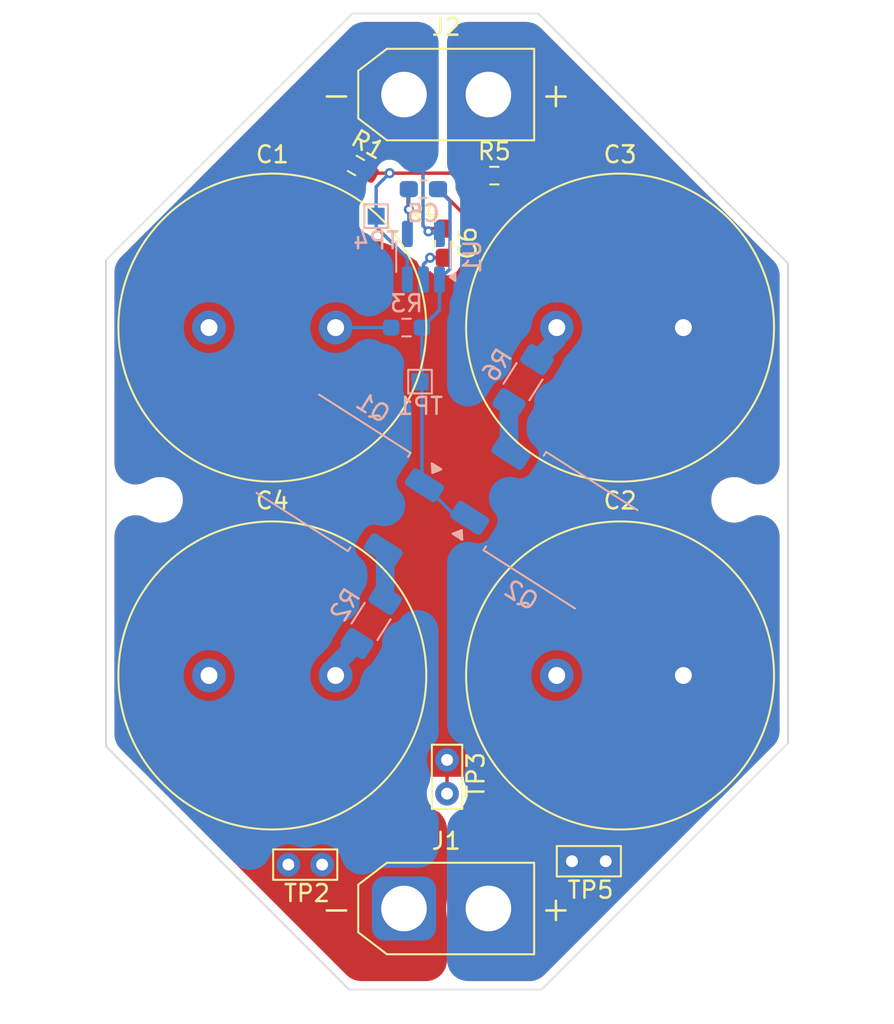
<source format=kicad_pcb>
(kicad_pcb (version 20241229) (generator "pcbnew") (generator_version "9.0")
  (layers (0 "F.Cu" signal) (2 "B.Cu" signal) (13 "F.Paste" user) (15 "B.Paste" user) (5 "F.SilkS" user "F.Silkscreen") (7 "B.SilkS" user "B.Silkscreen") (1 "F.Mask" user) (3 "B.Mask" user) (25 "Edge.Cuts" user))
  (net 0 "")
  (net 1 "/Supercapacitors/V_{CAP}")
  (net 2 "/Supercapacitors/MID")
  (net 3 "GND1")
  (net 4 "/Supercapacitors/OP_OUT")
  (net 5 "/Supercapacitors/V-")
  (net 6 "/Supercapacitors/V_{CC}")
  (net 7 "/Supercapacitors/UPPER_R")
  (net 8 "/Supercapacitors/LOWER_R")
  (net 9 "/Supercapacitors/REF")
  (footprint "Resistor_SMD:R_0603_1608Metric_Pad0.98x0.95mm_HandSolder" (layer "F.Cu") (at 162.8 86 180)
    (property "Reference" "R4" (at 0 -1.43 180) (layer "F.SilkS"))
    (property "Value" "100")
    (fp_line (start -0.254724 0.5225) (end 0.254724 0.5225) (stroke (width 0.12)) (layer "F.SilkS"))
    (fp_line (start -0.254724 -0.5225) (end 0.254724 -0.5225) (stroke (width 0.12)) (layer "F.SilkS"))
    (pad "1" smd roundrect (at -0.9125 0 180) (size 0.975 0.95) (layers "F.Cu" "F.Mask" "F.Paste") (net 2 "/Supercapacitors/MID"))
    (pad "2" smd roundrect (at 0.9125 0 180) (size 0.975 0.95) (layers "F.Cu" "F.Mask" "F.Paste") (net 5 "/Supercapacitors/V-"))
  )
  (footprint "Capacitor_THT:C_Radial_D18.0mm_H35.5mm_P7.50mm" (layer "F.Cu") (at 150.1 94.2)
    (property "Reference" "C1" (at 3.75 -10.25 0) (layer "F.SilkS"))
    (property "Value" "110")
    (fp_circle (center 3.75 0) (end 12.87 0) (stroke (width 0.12)) (fill no) (layer "F.SilkS"))
    (pad "1" thru_hole circle (at 0 0) (size 2 2) (drill 1) (layers "*.Cu" "*.Mask") (net 1 "/Supercapacitors/V_{CAP}"))
    (pad "2" thru_hole circle (at 7.5 0) (size 2 2) (drill 1) (layers "*.Cu" "*.Mask") (net 2 "/Supercapacitors/MID"))
  )
  (footprint "TestPoint:TestPoint_Bridge_Pitch2.0mm_Drill0.7mm" (layer "F.Cu") (at 171.6 125.8)
    (property "Reference" "TP5" (at 1.1 1.7 0) (layer "F.SilkS"))
    (property "Value" "TP")
    (fp_line (start -0.9 -0.9) (end -0.9 0.9) (stroke (width 0.12)) (layer "F.SilkS"))
    (fp_line (start -0.9 0.9) (end 2.9 0.9) (stroke (width 0.12)) (layer "F.SilkS"))
    (fp_line (start 2.9 -0.9) (end -0.9 -0.9) (stroke (width 0.12)) (layer "F.SilkS"))
    (fp_line (start 2.9 0.9) (end 2.9 -0.9) (stroke (width 0.12)) (layer "F.SilkS"))
    (pad "1" thru_hole circle (at 0 0) (size 1.4 1.4) (drill 0.7) (layers "*.Cu" "*.Mask") (net 3 "GND1"))
    (pad "1" thru_hole circle (at 2 0) (size 1.4 1.4) (drill 0.7) (layers "*.Cu" "*.Mask") (net 3 "GND1"))
  )
  (footprint "TestPoint:TestPoint_Bridge_Pitch2.0mm_Drill0.7mm" (layer "F.Cu") (at 154.8 126)
    (property "Reference" "TP2" (at 1.1 1.7 0) (layer "F.SilkS"))
    (property "Value" "TP")
    (fp_line (start -0.9 -0.9) (end -0.9 0.9) (stroke (width 0.12)) (layer "F.SilkS"))
    (fp_line (start -0.9 0.9) (end 2.9 0.9) (stroke (width 0.12)) (layer "F.SilkS"))
    (fp_line (start 2.9 -0.9) (end -0.9 -0.9) (stroke (width 0.12)) (layer "F.SilkS"))
    (fp_line (start 2.9 0.9) (end 2.9 -0.9) (stroke (width 0.12)) (layer "F.SilkS"))
    (pad "1" thru_hole circle (at 0 0) (size 1.4 1.4) (drill 0.7) (layers "*.Cu" "*.Mask") (net 1 "/Supercapacitors/V_{CAP}"))
    (pad "1" thru_hole circle (at 2 0) (size 1.4 1.4) (drill 0.7) (layers "*.Cu" "*.Mask") (net 1 "/Supercapacitors/V_{CAP}"))
  )
  (footprint "Capacitor_THT:C_Radial_D18.0mm_H35.5mm_P7.50mm" (layer "F.Cu") (at 150.1 114.8)
    (property "Reference" "C2" (at 24.35 -10.35 180) (layer "F.SilkS"))
    (property "Value" "110")
    (fp_circle (center 3.75 0) (end 12.87 0) (stroke (width 0.12)) (fill no) (layer "F.SilkS"))
    (pad "1" thru_hole circle (at 0 0) (size 2 2) (drill 1) (layers "*.Cu" "*.Mask") (net 1 "/Supercapacitors/V_{CAP}"))
    (pad "2" thru_hole circle (at 7.5 0) (size 2 2) (drill 1) (layers "*.Cu" "*.Mask") (net 2 "/Supercapacitors/MID"))
  )
  (footprint "Capacitor_THT:C_Radial_D18.0mm_H35.5mm_P7.50mm" (layer "F.Cu") (at 170.7 114.8)
    (property "Reference" "C4" (at -16.85 -10.35 180) (layer "F.SilkS"))
    (property "Value" "110")
    (fp_circle (center 3.75 0) (end 12.87 0) (stroke (width 0.12)) (fill no) (layer "F.SilkS"))
    (pad "1" thru_hole circle (at 0 0) (size 2 2) (drill 1) (layers "*.Cu" "*.Mask") (net 2 "/Supercapacitors/MID"))
    (pad "2" thru_hole circle (at 7.5 0) (size 2 2) (drill 1) (layers "*.Cu" "*.Mask") (net 3 "GND1"))
  )
  (footprint "Connector_AMASS:AMASS_XT30U-F_1x02_P5.0mm_Vertical" (layer "F.Cu") (at 161.65 80.4)
    (property "Reference" "J2" (at 2.5 -4 0) (layer "F.SilkS"))
    (property "Value" "XT30_F")
    (fp_line (start -2.71 -1.41) (end -2.71 1.41) (stroke (width 0.12)) (layer "F.SilkS"))
    (fp_line (start -2.71 -1.41) (end -1.01 -2.71) (stroke (width 0.12)) (layer "F.SilkS"))
    (fp_line (start -2.71 1.41) (end -1.01 2.71) (stroke (width 0.12)) (layer "F.SilkS"))
    (fp_line (start -1.01 -2.71) (end 7.71 -2.71) (stroke (width 0.12)) (layer "F.SilkS"))
    (fp_line (start -1.01 2.71) (end 7.71 2.71) (stroke (width 0.12)) (layer "F.SilkS"))
    (fp_line (start 7.71 -2.71) (end 7.71 2.71) (stroke (width 0.12)) (layer "F.SilkS"))
    (fp_text user "-" (at -4 0 0) (layer "F.SilkS") (effects (font (size 1.5 1.5))))
    (fp_text user "+" (at 9 0 0) (layer "F.SilkS") (effects (font (size 1.5 1.5))))
    (pad "1" thru_hole roundrect (at 0 0) (size 3.8 3.8) (drill 2.7) (layers "*.Cu" "*.Mask") (roundrect_rratio 0.2) (net 6 "/Supercapacitors/V_{CC}"))
    (pad "2" thru_hole circle (at 5 0) (size 4 4) (drill 2.7) (layers "*.Cu" "*.Mask") (net 3 "GND1"))
  )
  (footprint "MountingHole:MountingHole_2.2mm_M2" (layer "F.Cu") (at 147.2 104.4)
    (property "Reference" "REF**" (hide yes))
    (property "Value" "MountingHole_2.2mm_M2")
    (pad "" np_thru_hole circle (at 0 0) (size 2.2 2.2) (drill 2.2) (layers "*.Cu" "*.Mask"))
  )
  (footprint "MountingHole:MountingHole_2.2mm_M2" (layer "F.Cu") (at 181.2 104.4)
    (property "Reference" "REF**" (hide yes))
    (property "Value" "MountingHole_2.2mm_M2")
    (pad "" np_thru_hole circle (at 0 0) (size 2.2 2.2) (drill 2.2) (layers "*.Cu" "*.Mask"))
  )
  (footprint "Resistor_SMD:R_0603_1608Metric_Pad0.98x0.95mm_HandSolder" (layer "F.Cu") (at 158.8 84.6 -30)
    (property "Reference" "R1" (at 0 -1.43 150) (layer "F.SilkS"))
    (property "Value" "1Meg")
    (fp_line (start -0.254723 0.5225) (end 0.254723 0.5225) (stroke (width 0.12)) (layer "F.SilkS"))
    (fp_line (start -0.254723 -0.5225) (end 0.254723 -0.5225) (stroke (width 0.12)) (layer "F.SilkS"))
    (pad "1" smd roundrect (at -0.9125 0 330) (size 0.975 0.95) (layers "F.Cu" "F.Mask" "F.Paste") (net 1 "/Supercapacitors/V_{CAP}"))
    (pad "2" smd roundrect (at 0.9125 0 330) (size 0.975 0.95) (layers "F.Cu" "F.Mask" "F.Paste") (net 9 "/Supercapacitors/REF"))
  )
  (footprint "Capacitor_THT:C_Radial_D18.0mm_H35.5mm_P7.50mm" (layer "F.Cu") (at 170.7 94.2)
    (property "Reference" "C3" (at 3.75 -10.25 0) (layer "F.SilkS"))
    (property "Value" "110")
    (fp_circle (center 3.75 0) (end 12.87 0) (stroke (width 0.12)) (fill no) (layer "F.SilkS"))
    (pad "1" thru_hole circle (at 0 0) (size 2 2) (drill 1) (layers "*.Cu" "*.Mask") (net 2 "/Supercapacitors/MID"))
    (pad "2" thru_hole circle (at 7.5 0) (size 2 2) (drill 1) (layers "*.Cu" "*.Mask") (net 3 "GND1"))
  )
  (footprint "Capacitor_SMD:C_0603_1608Metric_Pad1.08x0.95mm_HandSolder" (layer "F.Cu") (at 164 89.2 -90)
    (property "Reference" "C6" (at 0 -1.43 90) (layer "F.SilkS"))
    (property "Value" "0.1u")
    (fp_line (start -0.146267 0.51) (end 0.146267 0.51) (stroke (width 0.12)) (layer "F.SilkS"))
    (fp_line (start -0.146267 -0.51) (end 0.146267 -0.51) (stroke (width 0.12)) (layer "F.SilkS"))
    (pad "1" smd roundrect (at -0.8625 0 270) (size 1.075 0.95) (layers "F.Cu" "F.Mask" "F.Paste") (net 6 "/Supercapacitors/V_{CC}"))
    (pad "2" smd roundrect (at 0.8625 0 270) (size 1.075 0.95) (layers "F.Cu" "F.Mask" "F.Paste") (net 3 "GND1"))
  )
  (footprint "Resistor_SMD:R_0603_1608Metric_Pad0.98x0.95mm_HandSolder" (layer "F.Cu") (at 167 85.2)
    (property "Reference" "R5" (at 0 -1.43 0) (layer "F.SilkS"))
    (property "Value" "1Meg")
    (fp_line (start -0.254724 -0.5225) (end 0.254724 -0.5225) (stroke (width 0.12)) (layer "F.SilkS"))
    (fp_line (start -0.254724 0.5225) (end 0.254724 0.5225) (stroke (width 0.12)) (layer "F.SilkS"))
    (pad "1" smd roundrect (at -0.9125 0) (size 0.975 0.95) (layers "F.Cu" "F.Mask" "F.Paste") (net 9 "/Supercapacitors/REF"))
    (pad "2" smd roundrect (at 0.9125 0) (size 0.975 0.95) (layers "F.Cu" "F.Mask" "F.Paste") (net 3 "GND1"))
  )
  (footprint "TestPoint:TestPoint_Bridge_Pitch2.0mm_Drill0.7mm" (layer "F.Cu") (at 164.2 121.8 90)
    (property "Reference" "TP3" (at 1.1 1.7 90) (layer "F.SilkS"))
    (property "Value" "TP")
    (fp_line (start 2.9 -0.9) (end -0.9 -0.9) (stroke (width 0.12)) (layer "F.SilkS"))
    (fp_line (start -0.9 -0.9) (end -0.9 0.9) (stroke (width 0.12)) (layer "F.SilkS"))
    (fp_line (start 2.9 0.9) (end 2.9 -0.9) (stroke (width 0.12)) (layer "F.SilkS"))
    (fp_line (start -0.9 0.9) (end 2.9 0.9) (stroke (width 0.12)) (layer "F.SilkS"))
    (pad "1" thru_hole circle (at 0 0 90) (size 1.4 1.4) (drill 0.7) (layers "*.Cu" "*.Mask") (net 2 "/Supercapacitors/MID"))
    (pad "1" thru_hole circle (at 2 0 90) (size 1.4 1.4) (drill 0.7) (layers "*.Cu" "*.Mask") (net 2 "/Supercapacitors/MID"))
  )
  (footprint "Connector_AMASS:AMASS_XT30U-F_1x02_P5.0mm_Vertical" (layer "F.Cu") (at 161.65 128.6)
    (property "Reference" "J1" (at 2.5 -4 0) (layer "F.SilkS"))
    (property "Value" "XT30_F")
    (fp_line (start -2.71 -1.41) (end -2.71 1.41) (stroke (width 0.12)) (layer "F.SilkS"))
    (fp_line (start -2.71 -1.41) (end -1.01 -2.71) (stroke (width 0.12)) (layer "F.SilkS"))
    (fp_line (start -2.71 1.41) (end -1.01 2.71) (stroke (width 0.12)) (layer "F.SilkS"))
    (fp_line (start -1.01 -2.71) (end 7.71 -2.71) (stroke (width 0.12)) (layer "F.SilkS"))
    (fp_line (start -1.01 2.71) (end 7.71 2.71) (stroke (width 0.12)) (layer "F.SilkS"))
    (fp_line (start 7.71 -2.71) (end 7.71 2.71) (stroke (width 0.12)) (layer "F.SilkS"))
    (fp_text user "-" (at -4 0 0) (layer "F.SilkS") (effects (font (size 1.5 1.5))))
    (fp_text user "+" (at 9 0 0) (layer "F.SilkS") (effects (font (size 1.5 1.5))))
    (pad "1" thru_hole roundrect (at 0 0) (size 3.8 3.8) (drill 2.7) (layers "*.Cu" "*.Mask") (roundrect_rratio 0.2) (net 1 "/Supercapacitors/V_{CAP}"))
    (pad "2" thru_hole circle (at 5 0) (size 4 4) (drill 2.7) (layers "*.Cu" "*.Mask") (net 3 "GND1"))
  )
  (footprint "Capacitor_SMD:C_0603_1608Metric_Pad1.08x0.95mm_HandSolder" (layer "B.Cu") (at 162.8 86)
    (property "Reference" "C5" (at 0 1.43 0) (layer "B.SilkS") (effects (justify mirror)))
    (property "Value" "100p")
    (fp_line (start -0.146267 -0.51) (end 0.146267 -0.51) (stroke (width 0.12)) (layer "B.SilkS"))
    (fp_line (start -0.146267 0.51) (end 0.146267 0.51) (stroke (width 0.12)) (layer "B.SilkS"))
    (pad "1" smd roundrect (at -0.8625 0) (size 1.075 0.95) (layers "B.Cu" "B.Mask" "B.Paste") (net 5 "/Supercapacitors/V-"))
    (pad "2" smd roundrect (at 0.8625 0) (size 1.075 0.95) (layers "B.Cu" "B.Mask" "B.Paste") (net 4 "/Supercapacitors/OP_OUT"))
  )
  (footprint "Resistor_SMD:R_1206_3216Metric_Pad1.30x1.75mm_HandSolder" (layer "B.Cu") (at 159.7 111.6 -122.5)
    (property "Reference" "R2" (at 0 1.819999 57.5) (layer "B.SilkS") (effects (justify mirror)))
    (property "Value" "0.1")
    (fp_line (start -0.727064 0.91) (end 0.727064 0.91) (stroke (width 0.12)) (layer "B.SilkS"))
    (fp_line (start -0.727064 -0.91) (end 0.727064 -0.91) (stroke (width 0.12)) (layer "B.SilkS"))
    (pad "1" smd roundrect (at -1.55 0 237.5) (size 1.3 1.75) (layers "B.Cu" "B.Mask" "B.Paste") (roundrect_rratio 0.192308) (net 7 "/Supercapacitors/UPPER_R"))
    (pad "2" smd roundrect (at 1.55 0 237.5) (size 1.3 1.75) (layers "B.Cu" "B.Mask" "B.Paste") (roundrect_rratio 0.192308) (net 2 "/Supercapacitors/MID"))
  )
  (footprint "Package_TO_SOT_SMD:TO-252-2" (layer "B.Cu") (at 157.391551 102.748668 147.5)
    (property "Reference" "Q1" (at 0 4.5 147.5) (layer "B.SilkS") (effects (justify mirror)))
    (property "Value" "2SCR587D3")
    (fp_line (start 3.11 -3.45) (end -3.31 -3.45) (stroke (width 0.12)) (layer "B.SilkS"))
    (fp_line (start 3.11 3.45) (end -3.31 3.45) (stroke (width 0.12)) (layer "B.SilkS"))
    (fp_line (start -3.31 -3.45) (end -3.31 -3.18) (stroke (width 0.12)) (layer "B.SilkS"))
    (fp_line (start -3.31 3.45) (end -3.31 3.18) (stroke (width 0.12)) (layer "B.SilkS"))
    (fp_poly (pts (xy -5.04 3.14) (xy -5.38 3.61) (xy -4.7 3.61) (xy -5.04 3.14)) (stroke (width 0.12)) (fill yes) (layer "B.SilkS"))
    (pad "1" smd roundrect (at -5.04 2.28 147.5) (size 2.2 1.2) (layers "B.Cu" "B.Mask" "B.Paste") (roundrect_rratio 0.208333) (net 4 "/Supercapacitors/OP_OUT"))
    (pad "2" smd roundrect (at -0.415 -1.525 147.5) (size 3.05 2.75) (layers "B.Cu" "B.Paste") (roundrect_rratio 0.090909) (net 6 "/Supercapacitors/V_{CC}"))
    (pad "2" smd roundrect (at -0.414999 1.525 147.5) (size 3.05 2.75) (layers "B.Cu" "B.Paste") (roundrect_rratio 0.090909) (net 6 "/Supercapacitors/V_{CC}"))
    (pad "2" smd roundrect (at 1.26 0.000001 147.5) (size 6.4 5.8) (layers "B.Cu" "B.Mask") (roundrect_rratio 0.043103) (net 6 "/Supercapacitors/V_{CC}"))
    (pad "2" smd roundrect (at 2.935 -1.525 147.5) (size 3.05 2.75) (layers "B.Cu" "B.Paste") (roundrect_rratio 0.090909) (net 6 "/Supercapacitors/V_{CC}"))
    (pad "2" smd roundrect (at 2.935 1.525 147.5) (size 3.05 2.75) (layers "B.Cu" "B.Paste") (roundrect_rratio 0.090909) (net 6 "/Supercapacitors/V_{CC}"))
    (pad "3" smd roundrect (at -5.04 -2.28 147.5) (size 2.2 1.2) (layers "B.Cu" "B.Mask" "B.Paste") (roundrect_rratio 0.208333) (net 7 "/Supercapacitors/UPPER_R"))
  )
  (footprint "Resistor_SMD:R_1206_3216Metric_Pad1.30x1.75mm_HandSolder" (layer "B.Cu") (at 168.7 97.4 -122.5)
    (property "Reference" "R6" (at 0 1.819999 57.5) (layer "B.SilkS") (effects (justify mirror)))
    (property "Value" "0.1")
    (fp_line (start -0.727064 0.91) (end 0.727064 0.91) (stroke (width 0.12)) (layer "B.SilkS"))
    (fp_line (start -0.727064 -0.91) (end 0.727064 -0.91) (stroke (width 0.12)) (layer "B.SilkS"))
    (pad "1" smd roundrect (at -1.55 0 237.5) (size 1.3 1.75) (layers "B.Cu" "B.Mask" "B.Paste") (roundrect_rratio 0.192308) (net 2 "/Supercapacitors/MID"))
    (pad "2" smd roundrect (at 1.55 0 237.5) (size 1.3 1.75) (layers "B.Cu" "B.Mask" "B.Paste") (roundrect_rratio 0.192308) (net 8 "/Supercapacitors/LOWER_R"))
  )
  (footprint "Package_TO_SOT_SMD:SOT-23-5_HandSoldering" (layer "B.Cu") (at 162.8 90 90)
    (property "Reference" "U1" (at 0 2.9 90) (layer "B.SilkS") (effects (justify mirror)))
    (property "Value" "TLV9301xDBV")
    (fp_line (start -0.9 -1.61) (end 0.9 -1.61) (stroke (width 0.12)) (layer "B.SilkS"))
    (fp_line (start 0.1 1.61) (end 0.9 1.61) (stroke (width 0.12)) (layer "B.SilkS"))
    (fp_line (start 0.1 1.61) (end -0.7 1.61) (stroke (width 0.12)) (layer "B.SilkS"))
    (fp_poly (pts (xy -1.2 1.56) (xy -1.44 1.89) (xy -0.96 1.89) (xy -1.2 1.56)) (stroke (width 0.12)) (fill yes) (layer "B.SilkS"))
    (pad "1" smd roundrect (at -1.35 0.95 90) (size 1.56 0.65) (layers "B.Cu" "B.Mask" "B.Paste") (net 4 "/Supercapacitors/OP_OUT"))
    (pad "2" smd roundrect (at -1.35 0 90) (size 1.56 0.65) (layers "B.Cu" "B.Mask" "B.Paste") (net 3 "GND1"))
    (pad "3" smd roundrect (at -1.35 -0.95 90) (size 1.56 0.65) (layers "B.Cu" "B.Mask" "B.Paste") (net 9 "/Supercapacitors/REF"))
    (pad "4" smd roundrect (at 1.35 -0.95 90) (size 1.56 0.65) (layers "B.Cu" "B.Mask" "B.Paste") (net 5 "/Supercapacitors/V-"))
    (pad "5" smd roundrect (at 1.35 0.95 90) (size 1.56 0.65) (layers "B.Cu" "B.Mask" "B.Paste") (net 6 "/Supercapacitors/V_{CC}"))
  )
  (footprint "TestPoint:TestPoint_Pad_1.0x1.0mm" (layer "B.Cu") (at 162.6 97.4)
    (property "Reference" "TP1" (at 0 1.448 180) (layer "B.SilkS") (effects (justify mirror)))
    (property "Value" "TP")
    (fp_line (start -0.7 -0.7) (end -0.7 0.7) (stroke (width 0.12)) (layer "B.SilkS"))
    (fp_line (start -0.7 0.7) (end 0.7 0.7) (stroke (width 0.12)) (layer "B.SilkS"))
    (fp_line (start 0.7 -0.7) (end -0.7 -0.7) (stroke (width 0.12)) (layer "B.SilkS"))
    (fp_line (start 0.7 0.7) (end 0.7 -0.7) (stroke (width 0.12)) (layer "B.SilkS"))
    (pad "1" smd rect (at 0 0) (size 1 1) (layers "B.Cu" "B.Mask") (net 4 "/Supercapacitors/OP_OUT"))
  )
  (footprint "Package_TO_SOT_SMD:TO-252-2" (layer "B.Cu") (at 171.008449 106.251332 -32.5)
    (property "Reference" "Q2" (at 0 4.5 147.5) (layer "B.SilkS") (effects (justify mirror)))
    (property "Value" "2SAR587D3")
    (fp_line (start -3.31 3.45) (end -3.31 3.18) (stroke (width 0.12)) (layer "B.SilkS"))
    (fp_line (start -3.31 -3.45) (end -3.31 -3.18) (stroke (width 0.12)) (layer "B.SilkS"))
    (fp_line (start 3.11 3.45) (end -3.31 3.45) (stroke (width 0.12)) (layer "B.SilkS"))
    (fp_line (start 3.11 -3.45) (end -3.31 -3.45) (stroke (width 0.12)) (layer "B.SilkS"))
    (fp_poly (pts (xy -5.04 3.14) (xy -5.38 3.61) (xy -4.7 3.61) (xy -5.04 3.14)) (stroke (width 0.12)) (fill yes) (layer "B.SilkS"))
    (pad "1" smd roundrect (at -5.04 2.28 327.5) (size 2.2 1.2) (layers "B.Cu" "B.Mask" "B.Paste") (roundrect_rratio 0.208333) (net 4 "/Supercapacitors/OP_OUT"))
    (pad "2" smd roundrect (at -0.415 -1.525 327.5) (size 3.05 2.75) (layers "B.Cu" "B.Paste") (roundrect_rratio 0.090909) (net 3 "GND1"))
    (pad "2" smd roundrect (at -0.414999 1.525 327.5) (size 3.05 2.75) (layers "B.Cu" "B.Paste") (roundrect_rratio 0.090909) (net 3 "GND1"))
    (pad "2" smd roundrect (at 1.26 0.000001 327.5) (size 6.4 5.8) (layers "B.Cu" "B.Mask") (roundrect_rratio 0.043103) (net 3 "GND1"))
    (pad "2" smd roundrect (at 2.935 -1.525 327.5) (size 3.05 2.75) (layers "B.Cu" "B.Paste") (roundrect_rratio 0.090909) (net 3 "GND1"))
    (pad "2" smd roundrect (at 2.935 1.525 327.5) (size 3.05 2.75) (layers "B.Cu" "B.Paste") (roundrect_rratio 0.090909) (net 3 "GND1"))
    (pad "3" smd roundrect (at -5.04 -2.28 327.5) (size 2.2 1.2) (layers "B.Cu" "B.Mask" "B.Paste") (roundrect_rratio 0.208333) (net 8 "/Supercapacitors/LOWER_R"))
  )
  (footprint "Resistor_SMD:R_0603_1608Metric_Pad0.98x0.95mm_HandSolder" (layer "B.Cu") (at 161.8 94.2 180)
    (property "Reference" "R3" (at 0 1.43 0) (layer "B.SilkS") (effects (justify mirror)))
    (property "Value" "100")
    (fp_line (start -0.254724 0.5225) (end 0.254724 0.5225) (stroke (width 0.12)) (layer "B.SilkS"))
    (fp_line (start -0.254724 -0.5225) (end 0.254724 -0.5225) (stroke (width 0.12)) (layer "B.SilkS"))
    (pad "1" smd roundrect (at -0.9125 0 180) (size 0.975 0.95) (layers "B.Cu" "B.Mask" "B.Paste") (net 4 "/Supercapacitors/OP_OUT"))
    (pad "2" smd roundrect (at 0.9125 0 180) (size 0.975 0.95) (layers "B.Cu" "B.Mask" "B.Paste") (net 2 "/Supercapacitors/MID"))
  )
  (footprint "TestPoint:TestPoint_Pad_1.0x1.0mm" (layer "B.Cu") (at 160 87.6)
    (property "Reference" "TP4" (at 0 1.448 180) (layer "B.SilkS") (effects (justify mirror)))
    (property "Value" "TP")
    (fp_line (start -0.7 -0.7) (end -0.7 0.7) (stroke (width 0.12)) (layer "B.SilkS"))
    (fp_line (start -0.7 0.7) (end 0.7 0.7) (stroke (width 0.12)) (layer "B.SilkS"))
    (fp_line (start 0.7 -0.7) (end -0.7 -0.7) (stroke (width 0.12)) (layer "B.SilkS"))
    (fp_line (start 0.7 0.7) (end 0.7 -0.7) (stroke (width 0.12)) (layer "B.SilkS"))
    (pad "1" smd rect (at 0 0) (size 1 1) (layers "B.Cu" "B.Mask") (net 9 "/Supercapacitors/REF"))
  )
  (gr_poly (pts (xy 158.6 75.6) (xy 144 90.2) (xy 144 119) (xy 158.4 133.4) (xy 169.8 133.4) (xy 184.4 118.8) (xy 184.4 90.4) (xy 169.6 75.6)) (stroke (width 0.1)) (fill no) (layer "Edge.Cuts"))
  (segment (start 150.1 92.1) (end 158.009752 84.190248) (width 0.2) (layer "F.Cu") (net 1))
  (segment (start 158.009752 84.190248) (end 158.009752 84.14375) (width 0.2) (layer "F.Cu") (net 1))
  (segment (start 150.1 94.2) (end 150.1 92.1) (width 0.2) (layer "F.Cu") (net 1))
  (segment (start 170.7 92.9875) (end 170.7 94.2) (width 0.2) (layer "F.Cu") (net 2))
  (segment (start 163.7125 86) (end 170.7 92.9875) (width 0.2) (layer "F.Cu") (net 2))
  (segment (start 164.2 119.8) (end 164.2 121.8) (width 0.2) (layer "F.Cu") (net 2))
  (segment (start 160.8875 94.2) (end 157.6 94.2) (width 0.2) (layer "B.Cu") (net 2))
  (segment (start 157.6 114.174443) (end 157.6 114.8) (width 1.1) (layer "B.Cu") (net 2))
  (segment (start 170.7 94.925557) (end 170.7 94.2) (width 1.1) (layer "B.Cu") (net 2))
  (segment (start 169.532814 96.092743) (end 170.7 94.925557) (width 1.1) (layer "B.Cu") (net 2))
  (segment (start 158.867186 112.907257) (end 157.6 114.174443) (width 1.1) (layer "B.Cu") (net 2))
  (segment (start 163.2 90.0625) (end 164 90.0625) (width 0.2) (layer "F.Cu") (net 3))
  (via (at 163.2 90.0625) (size 0.6) (drill 0.3) (layers "F.Cu" "B.Cu") (net 3))
  (segment (start 163.2 90.0625) (end 162.8 90.4625) (width 0.2) (layer "B.Cu") (net 3))
  (segment (start 162.8 90.4625) (end 162.8 91.35) (width 0.2) (layer "B.Cu") (net 3))
  (segment (start 164.376 90.724) (end 163.75 91.35) (width 0.2) (layer "B.Cu") (net 4))
  (segment (start 162.7125 103.378939) (end 162.867287 103.533726) (width 0.2) (layer "B.Cu") (net 4))
  (segment (start 162.7125 94.2) (end 162.7125 103.378939) (width 0.2) (layer "B.Cu") (net 4))
  (segment (start 162.867287 103.533726) (end 164.799835 105.466274) (width 0.2) (layer "B.Cu") (net 4))
  (segment (start 164.799835 105.466274) (end 165.532713 105.466274) (width 0.2) (layer "B.Cu") (net 4))
  (segment (start 163.6625 86) (end 164.376 86.7135) (width 0.2) (layer "B.Cu") (net 4))
  (segment (start 163.75 91.35) (end 163.75 93.1625) (width 0.2) (layer "B.Cu") (net 4))
  (segment (start 164.376 86.7135) (end 164.376 90.724) (width 0.2) (layer "B.Cu") (net 4))
  (segment (start 163.75 93.1625) (end 162.7125 94.2) (width 0.2) (layer "B.Cu") (net 4))
  (segment (start 161.8875 86) (end 161.8875 87.15) (width 0.2) (layer "F.Cu") (net 5))
  (segment (start 161.8875 87.15) (end 161.9375 87.2) (width 0.2) (layer "F.Cu") (net 5))
  (via (at 161.9375 87.2) (size 0.6) (drill 0.3) (layers "F.Cu" "B.Cu") (net 5))
  (segment (start 161.9375 86) (end 161.9375 87.2) (width 0.2) (layer "B.Cu") (net 5))
  (segment (start 161.9375 88.5625) (end 161.85 88.65) (width 0.2) (layer "B.Cu") (net 5))
  (segment (start 161.9375 87.2) (end 161.9375 88.5625) (width 0.2) (layer "B.Cu") (net 5))
  (segment (start 163.2625 88.3375) (end 164 88.3375) (width 0.2) (layer "F.Cu") (net 6))
  (segment (start 163.1 88.5) (end 163.2625 88.3375) (width 0.2) (layer "F.Cu") (net 6))
  (via (at 163.1 88.5) (size 0.6) (drill 0.3) (layers "F.Cu" "B.Cu") (net 6))
  (segment (start 163.2 88.6) (end 163.7 88.6) (width 0.2) (layer "B.Cu") (net 6))
  (segment (start 162.776 88.176) (end 162.776 81.526) (width 0.2) (layer "B.Cu") (net 6))
  (segment (start 163.1 88.5) (end 162.776 88.176) (width 0.2) (layer "B.Cu") (net 6))
  (segment (start 163.1 88.5) (end 163.2 88.6) (width 0.2) (layer "B.Cu") (net 6))
  (segment (start 162.776 81.526) (end 161.65 80.4) (width 0.2) (layer "B.Cu") (net 6))
  (segment (start 163.7 88.6) (end 163.75 88.65) (width 0.2) (layer "B.Cu") (net 6))
  (segment (start 160.532814 107.495204) (end 160.417201 107.379591) (width 0.2) (layer "B.Cu") (net 7))
  (segment (start 160.532814 110.292743) (end 160.532814 107.495204) (width 1.1) (layer "B.Cu") (net 7))
  (segment (start 167.867186 101.504796) (end 167.982799 101.620409) (width 0.2) (layer "B.Cu") (net 8))
  (segment (start 167.867186 98.707257) (end 167.867186 101.504796) (width 1.1) (layer "B.Cu") (net 8))
  (segment (start 165.94375 85.05625) (end 166.0875 85.2) (width 0.2) (layer "F.Cu") (net 9))
  (segment (start 160.8 85.05625) (end 165.94375 85.05625) (width 0.2) (layer "F.Cu") (net 9))
  (segment (start 159.590248 85.05625) (end 160.8 85.05625) (width 0.2) (layer "F.Cu") (net 9))
  (via (at 160.8 85.05625) (size 0.6) (drill 0.3) (layers "F.Cu" "B.Cu") (net 9))
  (segment (start 160 88.23999) (end 161.85 90.08999) (width 0.2) (layer "B.Cu") (net 9))
  (segment (start 161.85 90.08999) (end 161.85 91.35) (width 0.2) (layer "B.Cu") (net 9))
  (segment (start 160 85.85625) (end 160 88.23999) (width 0.2) (layer "B.Cu") (net 9))
  (segment (start 160.8 85.05625) (end 160 85.85625) (width 0.2) (layer "B.Cu") (net 9))
  (zone (net 2) (net_name "/Supercapacitors/MID") (layer "F.Cu") (priority 100) (connect_pads yes (clearance 0.5)) (min_thickness 10) (fill yes (thermal_gap 0.5) (thermal_bridge_width 2147))
    (polygon (pts (xy 153.85 88.2) (xy 153.8 120.8) (xy 174.45 120.8) (xy 174.4 88.2)))
  )
  (zone (net 1) (net_name "/Supercapacitors/V_{CAP}") (layer "F.Cu") (priority 1) (connect_pads yes (clearance 0.5)) (min_thickness 2.5) (fill yes (thermal_gap 0.5) (thermal_bridge_width 10))
    (polygon (pts (xy 160.8 88.2) (xy 143 88.2) (xy 143 121.4) (xy 156.4 134.8) (xy 164.2 134.8) (xy 164.2 91.6)))
  )
  (zone (net 6) (net_name "/Supercapacitors/V_{CC}") (layers "F.Cu" "B.Cu") (connect_pads yes (clearance 0.5)) (min_thickness 2.5) (fill yes (thermal_gap 0.5) (thermal_bridge_width 10))
    (polygon (pts (xy 164.2 134.6) (xy 143.4 134.6) (xy 143.4 89) (xy 157.6 74.8) (xy 164.2 74.8)))
  )
  (zone (net 3) (net_name "GND1") (layers "F.Cu" "B.Cu") (priority 1) (connect_pads yes (clearance 0.5)) (min_thickness 2.5) (fill yes (thermal_gap 0.5) (thermal_bridge_width 10))
    (polygon (pts (xy 164.2 134.8) (xy 185.6 134.8) (xy 185.6 90.4) (xy 170.4 75.2) (xy 164.2 75.2)))
  )
)
</source>
